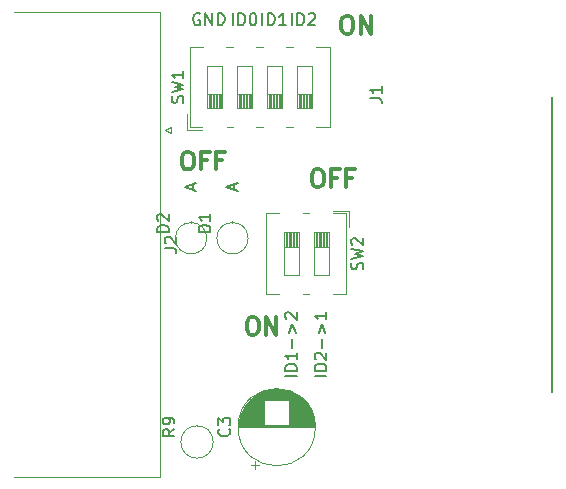
<source format=gbr>
G04 #@! TF.GenerationSoftware,KiCad,Pcbnew,5.0.2+dfsg1-1~bpo9+1*
G04 #@! TF.CreationDate,2021-10-31T12:26:06+01:00*
G04 #@! TF.ProjectId,MAC-VGA,4d41432d-5647-4412-9e6b-696361645f70,rev?*
G04 #@! TF.SameCoordinates,Original*
G04 #@! TF.FileFunction,Legend,Top*
G04 #@! TF.FilePolarity,Positive*
%FSLAX46Y46*%
G04 Gerber Fmt 4.6, Leading zero omitted, Abs format (unit mm)*
G04 Created by KiCad (PCBNEW 5.0.2+dfsg1-1~bpo9+1) date Sun Oct 31 12:26:06 2021*
%MOMM*%
%LPD*%
G01*
G04 APERTURE LIST*
%ADD10C,0.300000*%
%ADD11C,0.200000*%
%ADD12C,0.120000*%
%ADD13C,0.150000*%
G04 APERTURE END LIST*
D10*
X119571428Y-126178571D02*
X119857142Y-126178571D01*
X120000000Y-126250000D01*
X120142857Y-126392857D01*
X120214285Y-126678571D01*
X120214285Y-127178571D01*
X120142857Y-127464285D01*
X120000000Y-127607142D01*
X119857142Y-127678571D01*
X119571428Y-127678571D01*
X119428571Y-127607142D01*
X119285714Y-127464285D01*
X119214285Y-127178571D01*
X119214285Y-126678571D01*
X119285714Y-126392857D01*
X119428571Y-126250000D01*
X119571428Y-126178571D01*
X120857142Y-127678571D02*
X120857142Y-126178571D01*
X121714285Y-127678571D01*
X121714285Y-126178571D01*
X125071428Y-113678571D02*
X125357142Y-113678571D01*
X125500000Y-113750000D01*
X125642857Y-113892857D01*
X125714285Y-114178571D01*
X125714285Y-114678571D01*
X125642857Y-114964285D01*
X125500000Y-115107142D01*
X125357142Y-115178571D01*
X125071428Y-115178571D01*
X124928571Y-115107142D01*
X124785714Y-114964285D01*
X124714285Y-114678571D01*
X124714285Y-114178571D01*
X124785714Y-113892857D01*
X124928571Y-113750000D01*
X125071428Y-113678571D01*
X126857142Y-114392857D02*
X126357142Y-114392857D01*
X126357142Y-115178571D02*
X126357142Y-113678571D01*
X127071428Y-113678571D01*
X128142857Y-114392857D02*
X127642857Y-114392857D01*
X127642857Y-115178571D02*
X127642857Y-113678571D01*
X128357142Y-113678571D01*
X114071428Y-112178571D02*
X114357142Y-112178571D01*
X114500000Y-112250000D01*
X114642857Y-112392857D01*
X114714285Y-112678571D01*
X114714285Y-113178571D01*
X114642857Y-113464285D01*
X114500000Y-113607142D01*
X114357142Y-113678571D01*
X114071428Y-113678571D01*
X113928571Y-113607142D01*
X113785714Y-113464285D01*
X113714285Y-113178571D01*
X113714285Y-112678571D01*
X113785714Y-112392857D01*
X113928571Y-112250000D01*
X114071428Y-112178571D01*
X115857142Y-112892857D02*
X115357142Y-112892857D01*
X115357142Y-113678571D02*
X115357142Y-112178571D01*
X116071428Y-112178571D01*
X117142857Y-112892857D02*
X116642857Y-112892857D01*
X116642857Y-113678571D02*
X116642857Y-112178571D01*
X117357142Y-112178571D01*
X127571428Y-100678571D02*
X127857142Y-100678571D01*
X128000000Y-100750000D01*
X128142857Y-100892857D01*
X128214285Y-101178571D01*
X128214285Y-101678571D01*
X128142857Y-101964285D01*
X128000000Y-102107142D01*
X127857142Y-102178571D01*
X127571428Y-102178571D01*
X127428571Y-102107142D01*
X127285714Y-101964285D01*
X127214285Y-101678571D01*
X127214285Y-101178571D01*
X127285714Y-100892857D01*
X127428571Y-100750000D01*
X127571428Y-100678571D01*
X128857142Y-102178571D02*
X128857142Y-100678571D01*
X129714285Y-102178571D01*
X129714285Y-100678571D01*
D11*
X125952380Y-131190476D02*
X124952380Y-131190476D01*
X125952380Y-130714285D02*
X124952380Y-130714285D01*
X124952380Y-130476190D01*
X125000000Y-130333333D01*
X125095238Y-130238095D01*
X125190476Y-130190476D01*
X125380952Y-130142857D01*
X125523809Y-130142857D01*
X125714285Y-130190476D01*
X125809523Y-130238095D01*
X125904761Y-130333333D01*
X125952380Y-130476190D01*
X125952380Y-130714285D01*
X125047619Y-129761904D02*
X125000000Y-129714285D01*
X124952380Y-129619047D01*
X124952380Y-129380952D01*
X125000000Y-129285714D01*
X125047619Y-129238095D01*
X125142857Y-129190476D01*
X125238095Y-129190476D01*
X125380952Y-129238095D01*
X125952380Y-129809523D01*
X125952380Y-129190476D01*
X125571428Y-128761904D02*
X125571428Y-128000000D01*
X125285714Y-127523809D02*
X125571428Y-126761904D01*
X125857142Y-127523809D01*
X125952380Y-125761904D02*
X125952380Y-126333333D01*
X125952380Y-126047619D02*
X124952380Y-126047619D01*
X125095238Y-126142857D01*
X125190476Y-126238095D01*
X125238095Y-126333333D01*
X123452380Y-131190476D02*
X122452380Y-131190476D01*
X123452380Y-130714285D02*
X122452380Y-130714285D01*
X122452380Y-130476190D01*
X122500000Y-130333333D01*
X122595238Y-130238095D01*
X122690476Y-130190476D01*
X122880952Y-130142857D01*
X123023809Y-130142857D01*
X123214285Y-130190476D01*
X123309523Y-130238095D01*
X123404761Y-130333333D01*
X123452380Y-130476190D01*
X123452380Y-130714285D01*
X123452380Y-129190476D02*
X123452380Y-129761904D01*
X123452380Y-129476190D02*
X122452380Y-129476190D01*
X122595238Y-129571428D01*
X122690476Y-129666666D01*
X122738095Y-129761904D01*
X123071428Y-128761904D02*
X123071428Y-128000000D01*
X122785714Y-127523809D02*
X123071428Y-126761904D01*
X123357142Y-127523809D01*
X122547619Y-126333333D02*
X122500000Y-126285714D01*
X122452380Y-126190476D01*
X122452380Y-125952380D01*
X122500000Y-125857142D01*
X122547619Y-125809523D01*
X122642857Y-125761904D01*
X122738095Y-125761904D01*
X122880952Y-125809523D01*
X123452380Y-126380952D01*
X123452380Y-125761904D01*
X123023809Y-101452380D02*
X123023809Y-100452380D01*
X123500000Y-101452380D02*
X123500000Y-100452380D01*
X123738095Y-100452380D01*
X123880952Y-100500000D01*
X123976190Y-100595238D01*
X124023809Y-100690476D01*
X124071428Y-100880952D01*
X124071428Y-101023809D01*
X124023809Y-101214285D01*
X123976190Y-101309523D01*
X123880952Y-101404761D01*
X123738095Y-101452380D01*
X123500000Y-101452380D01*
X124452380Y-100547619D02*
X124500000Y-100500000D01*
X124595238Y-100452380D01*
X124833333Y-100452380D01*
X124928571Y-100500000D01*
X124976190Y-100547619D01*
X125023809Y-100642857D01*
X125023809Y-100738095D01*
X124976190Y-100880952D01*
X124404761Y-101452380D01*
X125023809Y-101452380D01*
X120523809Y-101452380D02*
X120523809Y-100452380D01*
X121000000Y-101452380D02*
X121000000Y-100452380D01*
X121238095Y-100452380D01*
X121380952Y-100500000D01*
X121476190Y-100595238D01*
X121523809Y-100690476D01*
X121571428Y-100880952D01*
X121571428Y-101023809D01*
X121523809Y-101214285D01*
X121476190Y-101309523D01*
X121380952Y-101404761D01*
X121238095Y-101452380D01*
X121000000Y-101452380D01*
X122523809Y-101452380D02*
X121952380Y-101452380D01*
X122238095Y-101452380D02*
X122238095Y-100452380D01*
X122142857Y-100595238D01*
X122047619Y-100690476D01*
X121952380Y-100738095D01*
X118023809Y-101452380D02*
X118023809Y-100452380D01*
X118500000Y-101452380D02*
X118500000Y-100452380D01*
X118738095Y-100452380D01*
X118880952Y-100500000D01*
X118976190Y-100595238D01*
X119023809Y-100690476D01*
X119071428Y-100880952D01*
X119071428Y-101023809D01*
X119023809Y-101214285D01*
X118976190Y-101309523D01*
X118880952Y-101404761D01*
X118738095Y-101452380D01*
X118500000Y-101452380D01*
X119690476Y-100452380D02*
X119785714Y-100452380D01*
X119880952Y-100500000D01*
X119928571Y-100547619D01*
X119976190Y-100642857D01*
X120023809Y-100833333D01*
X120023809Y-101071428D01*
X119976190Y-101261904D01*
X119928571Y-101357142D01*
X119880952Y-101404761D01*
X119785714Y-101452380D01*
X119690476Y-101452380D01*
X119595238Y-101404761D01*
X119547619Y-101357142D01*
X119500000Y-101261904D01*
X119452380Y-101071428D01*
X119452380Y-100833333D01*
X119500000Y-100642857D01*
X119547619Y-100547619D01*
X119595238Y-100500000D01*
X119690476Y-100452380D01*
X115238095Y-100500000D02*
X115142857Y-100452380D01*
X115000000Y-100452380D01*
X114857142Y-100500000D01*
X114761904Y-100595238D01*
X114714285Y-100690476D01*
X114666666Y-100880952D01*
X114666666Y-101023809D01*
X114714285Y-101214285D01*
X114761904Y-101309523D01*
X114857142Y-101404761D01*
X115000000Y-101452380D01*
X115095238Y-101452380D01*
X115238095Y-101404761D01*
X115285714Y-101357142D01*
X115285714Y-101023809D01*
X115095238Y-101023809D01*
X115714285Y-101452380D02*
X115714285Y-100452380D01*
X116285714Y-101452380D01*
X116285714Y-100452380D01*
X116761904Y-101452380D02*
X116761904Y-100452380D01*
X117000000Y-100452380D01*
X117142857Y-100500000D01*
X117238095Y-100595238D01*
X117285714Y-100690476D01*
X117333333Y-100880952D01*
X117333333Y-101023809D01*
X117285714Y-101214285D01*
X117238095Y-101309523D01*
X117142857Y-101404761D01*
X117000000Y-101452380D01*
X116761904Y-101452380D01*
D12*
G04 #@! TO.C,D2*
X114500000Y-118173629D02*
X114500000Y-118060000D01*
X115826371Y-119500000D02*
G75*
G03X115826371Y-119500000I-1326371J0D01*
G01*
G04 #@! TO.C,D1*
X118000000Y-118173629D02*
X118000000Y-118060000D01*
X119326371Y-119500000D02*
G75*
G03X119326371Y-119500000I-1326371J0D01*
G01*
G04 #@! TO.C,SW2*
X127610000Y-117400000D02*
X127610000Y-124221000D01*
X120850000Y-117400000D02*
X120850000Y-124221000D01*
X127610000Y-117400000D02*
X126540000Y-117400000D01*
X124460000Y-117400000D02*
X123949000Y-117400000D01*
X121970000Y-117400000D02*
X120850000Y-117400000D01*
X121970000Y-124221000D02*
X120850000Y-124221000D01*
X127610000Y-124221000D02*
X126490000Y-124221000D01*
X124510000Y-124221000D02*
X123949000Y-124221000D01*
X127850000Y-117160000D02*
X127850000Y-118543000D01*
X127850000Y-117160000D02*
X126540000Y-117160000D01*
X126135000Y-119000000D02*
X124865000Y-119000000D01*
X124865000Y-119000000D02*
X124865000Y-122620000D01*
X124865000Y-122620000D02*
X126135000Y-122620000D01*
X126135000Y-122620000D02*
X126135000Y-119000000D01*
X126015000Y-119000000D02*
X126015000Y-120206667D01*
X125895000Y-119000000D02*
X125895000Y-120206667D01*
X125775000Y-119000000D02*
X125775000Y-120206667D01*
X125655000Y-119000000D02*
X125655000Y-120206667D01*
X125535000Y-119000000D02*
X125535000Y-120206667D01*
X125415000Y-119000000D02*
X125415000Y-120206667D01*
X125295000Y-119000000D02*
X125295000Y-120206667D01*
X125175000Y-119000000D02*
X125175000Y-120206667D01*
X125055000Y-119000000D02*
X125055000Y-120206667D01*
X124935000Y-119000000D02*
X124935000Y-120206667D01*
X126135000Y-120206667D02*
X124865000Y-120206667D01*
X123595000Y-119000000D02*
X122325000Y-119000000D01*
X122325000Y-119000000D02*
X122325000Y-122620000D01*
X122325000Y-122620000D02*
X123595000Y-122620000D01*
X123595000Y-122620000D02*
X123595000Y-119000000D01*
X123475000Y-119000000D02*
X123475000Y-120206667D01*
X123355000Y-119000000D02*
X123355000Y-120206667D01*
X123235000Y-119000000D02*
X123235000Y-120206667D01*
X123115000Y-119000000D02*
X123115000Y-120206667D01*
X122995000Y-119000000D02*
X122995000Y-120206667D01*
X122875000Y-119000000D02*
X122875000Y-120206667D01*
X122755000Y-119000000D02*
X122755000Y-120206667D01*
X122635000Y-119000000D02*
X122635000Y-120206667D01*
X122515000Y-119000000D02*
X122515000Y-120206667D01*
X122395000Y-119000000D02*
X122395000Y-120206667D01*
X123595000Y-120206667D02*
X122325000Y-120206667D01*
G04 #@! TO.C,SW1*
X114390000Y-110100000D02*
X114390000Y-103279000D01*
X126230000Y-110100000D02*
X126230000Y-103279000D01*
X114390000Y-110100000D02*
X115460000Y-110100000D01*
X117540000Y-110100000D02*
X118051000Y-110100000D01*
X120030000Y-110100000D02*
X120591000Y-110100000D01*
X122570000Y-110100000D02*
X123131000Y-110100000D01*
X125110000Y-110100000D02*
X126230000Y-110100000D01*
X125110000Y-103279000D02*
X126230000Y-103279000D01*
X122570000Y-103279000D02*
X123131000Y-103279000D01*
X120030000Y-103279000D02*
X120591000Y-103279000D01*
X114390000Y-103279000D02*
X115510000Y-103279000D01*
X117490000Y-103279000D02*
X118051000Y-103279000D01*
X114150000Y-110340000D02*
X114150000Y-108957000D01*
X114150000Y-110340000D02*
X115460000Y-110340000D01*
X115865000Y-108500000D02*
X117135000Y-108500000D01*
X117135000Y-108500000D02*
X117135000Y-104880000D01*
X117135000Y-104880000D02*
X115865000Y-104880000D01*
X115865000Y-104880000D02*
X115865000Y-108500000D01*
X115985000Y-108500000D02*
X115985000Y-107293333D01*
X116105000Y-108500000D02*
X116105000Y-107293333D01*
X116225000Y-108500000D02*
X116225000Y-107293333D01*
X116345000Y-108500000D02*
X116345000Y-107293333D01*
X116465000Y-108500000D02*
X116465000Y-107293333D01*
X116585000Y-108500000D02*
X116585000Y-107293333D01*
X116705000Y-108500000D02*
X116705000Y-107293333D01*
X116825000Y-108500000D02*
X116825000Y-107293333D01*
X116945000Y-108500000D02*
X116945000Y-107293333D01*
X117065000Y-108500000D02*
X117065000Y-107293333D01*
X115865000Y-107293333D02*
X117135000Y-107293333D01*
X118405000Y-108500000D02*
X119675000Y-108500000D01*
X119675000Y-108500000D02*
X119675000Y-104880000D01*
X119675000Y-104880000D02*
X118405000Y-104880000D01*
X118405000Y-104880000D02*
X118405000Y-108500000D01*
X118525000Y-108500000D02*
X118525000Y-107293333D01*
X118645000Y-108500000D02*
X118645000Y-107293333D01*
X118765000Y-108500000D02*
X118765000Y-107293333D01*
X118885000Y-108500000D02*
X118885000Y-107293333D01*
X119005000Y-108500000D02*
X119005000Y-107293333D01*
X119125000Y-108500000D02*
X119125000Y-107293333D01*
X119245000Y-108500000D02*
X119245000Y-107293333D01*
X119365000Y-108500000D02*
X119365000Y-107293333D01*
X119485000Y-108500000D02*
X119485000Y-107293333D01*
X119605000Y-108500000D02*
X119605000Y-107293333D01*
X118405000Y-107293333D02*
X119675000Y-107293333D01*
X120945000Y-108500000D02*
X122215000Y-108500000D01*
X122215000Y-108500000D02*
X122215000Y-104880000D01*
X122215000Y-104880000D02*
X120945000Y-104880000D01*
X120945000Y-104880000D02*
X120945000Y-108500000D01*
X121065000Y-108500000D02*
X121065000Y-107293333D01*
X121185000Y-108500000D02*
X121185000Y-107293333D01*
X121305000Y-108500000D02*
X121305000Y-107293333D01*
X121425000Y-108500000D02*
X121425000Y-107293333D01*
X121545000Y-108500000D02*
X121545000Y-107293333D01*
X121665000Y-108500000D02*
X121665000Y-107293333D01*
X121785000Y-108500000D02*
X121785000Y-107293333D01*
X121905000Y-108500000D02*
X121905000Y-107293333D01*
X122025000Y-108500000D02*
X122025000Y-107293333D01*
X122145000Y-108500000D02*
X122145000Y-107293333D01*
X120945000Y-107293333D02*
X122215000Y-107293333D01*
X123485000Y-108500000D02*
X124755000Y-108500000D01*
X124755000Y-108500000D02*
X124755000Y-104880000D01*
X124755000Y-104880000D02*
X123485000Y-104880000D01*
X123485000Y-104880000D02*
X123485000Y-108500000D01*
X123605000Y-108500000D02*
X123605000Y-107293333D01*
X123725000Y-108500000D02*
X123725000Y-107293333D01*
X123845000Y-108500000D02*
X123845000Y-107293333D01*
X123965000Y-108500000D02*
X123965000Y-107293333D01*
X124085000Y-108500000D02*
X124085000Y-107293333D01*
X124205000Y-108500000D02*
X124205000Y-107293333D01*
X124325000Y-108500000D02*
X124325000Y-107293333D01*
X124445000Y-108500000D02*
X124445000Y-107293333D01*
X124565000Y-108500000D02*
X124565000Y-107293333D01*
X124685000Y-108500000D02*
X124685000Y-107293333D01*
X123485000Y-107293333D02*
X124755000Y-107293333D01*
G04 #@! TO.C,J2*
X99520000Y-100365000D02*
X111860000Y-100365000D01*
X111860000Y-100365000D02*
X111860000Y-139685000D01*
X111860000Y-139685000D02*
X99520000Y-139685000D01*
X112754338Y-110080000D02*
X112754338Y-110580000D01*
X112754338Y-110580000D02*
X112321325Y-110330000D01*
X112321325Y-110330000D02*
X112754338Y-110080000D01*
G04 #@! TO.C,C3*
X125020000Y-135500000D02*
G75*
G03X125020000Y-135500000I-3270000J0D01*
G01*
X118520000Y-135500000D02*
X124980000Y-135500000D01*
X118520000Y-135460000D02*
X124980000Y-135460000D01*
X118520000Y-135420000D02*
X124980000Y-135420000D01*
X118522000Y-135380000D02*
X124978000Y-135380000D01*
X118523000Y-135340000D02*
X124977000Y-135340000D01*
X118526000Y-135300000D02*
X124974000Y-135300000D01*
X118528000Y-135260000D02*
X120710000Y-135260000D01*
X122790000Y-135260000D02*
X124972000Y-135260000D01*
X118532000Y-135220000D02*
X120710000Y-135220000D01*
X122790000Y-135220000D02*
X124968000Y-135220000D01*
X118535000Y-135180000D02*
X120710000Y-135180000D01*
X122790000Y-135180000D02*
X124965000Y-135180000D01*
X118539000Y-135140000D02*
X120710000Y-135140000D01*
X122790000Y-135140000D02*
X124961000Y-135140000D01*
X118544000Y-135100000D02*
X120710000Y-135100000D01*
X122790000Y-135100000D02*
X124956000Y-135100000D01*
X118549000Y-135060000D02*
X120710000Y-135060000D01*
X122790000Y-135060000D02*
X124951000Y-135060000D01*
X118555000Y-135020000D02*
X120710000Y-135020000D01*
X122790000Y-135020000D02*
X124945000Y-135020000D01*
X118561000Y-134980000D02*
X120710000Y-134980000D01*
X122790000Y-134980000D02*
X124939000Y-134980000D01*
X118568000Y-134940000D02*
X120710000Y-134940000D01*
X122790000Y-134940000D02*
X124932000Y-134940000D01*
X118575000Y-134900000D02*
X120710000Y-134900000D01*
X122790000Y-134900000D02*
X124925000Y-134900000D01*
X118583000Y-134860000D02*
X120710000Y-134860000D01*
X122790000Y-134860000D02*
X124917000Y-134860000D01*
X118591000Y-134820000D02*
X120710000Y-134820000D01*
X122790000Y-134820000D02*
X124909000Y-134820000D01*
X118600000Y-134779000D02*
X120710000Y-134779000D01*
X122790000Y-134779000D02*
X124900000Y-134779000D01*
X118609000Y-134739000D02*
X120710000Y-134739000D01*
X122790000Y-134739000D02*
X124891000Y-134739000D01*
X118619000Y-134699000D02*
X120710000Y-134699000D01*
X122790000Y-134699000D02*
X124881000Y-134699000D01*
X118629000Y-134659000D02*
X120710000Y-134659000D01*
X122790000Y-134659000D02*
X124871000Y-134659000D01*
X118640000Y-134619000D02*
X120710000Y-134619000D01*
X122790000Y-134619000D02*
X124860000Y-134619000D01*
X118652000Y-134579000D02*
X120710000Y-134579000D01*
X122790000Y-134579000D02*
X124848000Y-134579000D01*
X118664000Y-134539000D02*
X120710000Y-134539000D01*
X122790000Y-134539000D02*
X124836000Y-134539000D01*
X118676000Y-134499000D02*
X120710000Y-134499000D01*
X122790000Y-134499000D02*
X124824000Y-134499000D01*
X118689000Y-134459000D02*
X120710000Y-134459000D01*
X122790000Y-134459000D02*
X124811000Y-134459000D01*
X118703000Y-134419000D02*
X120710000Y-134419000D01*
X122790000Y-134419000D02*
X124797000Y-134419000D01*
X118717000Y-134379000D02*
X120710000Y-134379000D01*
X122790000Y-134379000D02*
X124783000Y-134379000D01*
X118732000Y-134339000D02*
X120710000Y-134339000D01*
X122790000Y-134339000D02*
X124768000Y-134339000D01*
X118748000Y-134299000D02*
X120710000Y-134299000D01*
X122790000Y-134299000D02*
X124752000Y-134299000D01*
X118764000Y-134259000D02*
X120710000Y-134259000D01*
X122790000Y-134259000D02*
X124736000Y-134259000D01*
X118780000Y-134219000D02*
X120710000Y-134219000D01*
X122790000Y-134219000D02*
X124720000Y-134219000D01*
X118798000Y-134179000D02*
X120710000Y-134179000D01*
X122790000Y-134179000D02*
X124702000Y-134179000D01*
X118816000Y-134139000D02*
X120710000Y-134139000D01*
X122790000Y-134139000D02*
X124684000Y-134139000D01*
X118834000Y-134099000D02*
X120710000Y-134099000D01*
X122790000Y-134099000D02*
X124666000Y-134099000D01*
X118854000Y-134059000D02*
X120710000Y-134059000D01*
X122790000Y-134059000D02*
X124646000Y-134059000D01*
X118874000Y-134019000D02*
X120710000Y-134019000D01*
X122790000Y-134019000D02*
X124626000Y-134019000D01*
X118894000Y-133979000D02*
X120710000Y-133979000D01*
X122790000Y-133979000D02*
X124606000Y-133979000D01*
X118916000Y-133939000D02*
X120710000Y-133939000D01*
X122790000Y-133939000D02*
X124584000Y-133939000D01*
X118938000Y-133899000D02*
X120710000Y-133899000D01*
X122790000Y-133899000D02*
X124562000Y-133899000D01*
X118960000Y-133859000D02*
X120710000Y-133859000D01*
X122790000Y-133859000D02*
X124540000Y-133859000D01*
X118984000Y-133819000D02*
X120710000Y-133819000D01*
X122790000Y-133819000D02*
X124516000Y-133819000D01*
X119008000Y-133779000D02*
X120710000Y-133779000D01*
X122790000Y-133779000D02*
X124492000Y-133779000D01*
X119034000Y-133739000D02*
X120710000Y-133739000D01*
X122790000Y-133739000D02*
X124466000Y-133739000D01*
X119060000Y-133699000D02*
X120710000Y-133699000D01*
X122790000Y-133699000D02*
X124440000Y-133699000D01*
X119086000Y-133659000D02*
X120710000Y-133659000D01*
X122790000Y-133659000D02*
X124414000Y-133659000D01*
X119114000Y-133619000D02*
X120710000Y-133619000D01*
X122790000Y-133619000D02*
X124386000Y-133619000D01*
X119143000Y-133579000D02*
X120710000Y-133579000D01*
X122790000Y-133579000D02*
X124357000Y-133579000D01*
X119172000Y-133539000D02*
X120710000Y-133539000D01*
X122790000Y-133539000D02*
X124328000Y-133539000D01*
X119202000Y-133499000D02*
X120710000Y-133499000D01*
X122790000Y-133499000D02*
X124298000Y-133499000D01*
X119234000Y-133459000D02*
X120710000Y-133459000D01*
X122790000Y-133459000D02*
X124266000Y-133459000D01*
X119266000Y-133419000D02*
X120710000Y-133419000D01*
X122790000Y-133419000D02*
X124234000Y-133419000D01*
X119300000Y-133379000D02*
X120710000Y-133379000D01*
X122790000Y-133379000D02*
X124200000Y-133379000D01*
X119334000Y-133339000D02*
X120710000Y-133339000D01*
X122790000Y-133339000D02*
X124166000Y-133339000D01*
X119370000Y-133299000D02*
X120710000Y-133299000D01*
X122790000Y-133299000D02*
X124130000Y-133299000D01*
X119407000Y-133259000D02*
X120710000Y-133259000D01*
X122790000Y-133259000D02*
X124093000Y-133259000D01*
X119445000Y-133219000D02*
X120710000Y-133219000D01*
X122790000Y-133219000D02*
X124055000Y-133219000D01*
X119485000Y-133179000D02*
X124015000Y-133179000D01*
X119526000Y-133139000D02*
X123974000Y-133139000D01*
X119568000Y-133099000D02*
X123932000Y-133099000D01*
X119613000Y-133059000D02*
X123887000Y-133059000D01*
X119658000Y-133019000D02*
X123842000Y-133019000D01*
X119706000Y-132979000D02*
X123794000Y-132979000D01*
X119755000Y-132939000D02*
X123745000Y-132939000D01*
X119806000Y-132899000D02*
X123694000Y-132899000D01*
X119860000Y-132859000D02*
X123640000Y-132859000D01*
X119916000Y-132819000D02*
X123584000Y-132819000D01*
X119974000Y-132779000D02*
X123526000Y-132779000D01*
X120036000Y-132739000D02*
X123464000Y-132739000D01*
X120100000Y-132699000D02*
X123400000Y-132699000D01*
X120169000Y-132659000D02*
X123331000Y-132659000D01*
X120241000Y-132619000D02*
X123259000Y-132619000D01*
X120318000Y-132579000D02*
X123182000Y-132579000D01*
X120400000Y-132539000D02*
X123100000Y-132539000D01*
X120488000Y-132499000D02*
X123012000Y-132499000D01*
X120585000Y-132459000D02*
X122915000Y-132459000D01*
X120691000Y-132419000D02*
X122809000Y-132419000D01*
X120810000Y-132379000D02*
X122690000Y-132379000D01*
X120948000Y-132339000D02*
X122552000Y-132339000D01*
X121117000Y-132299000D02*
X122383000Y-132299000D01*
X121348000Y-132259000D02*
X122152000Y-132259000D01*
X119911000Y-139000241D02*
X119911000Y-138370241D01*
X119596000Y-138685241D02*
X120226000Y-138685241D01*
D13*
G04 #@! TO.C,J1*
X145030000Y-132505000D02*
X145030000Y-107505000D01*
D12*
G04 #@! TO.C,R9*
X116370000Y-136750000D02*
G75*
G03X116370000Y-136750000I-1370000J0D01*
G01*
X115000000Y-135380000D02*
X115000000Y-135310000D01*
G04 #@! TO.C,D2*
D13*
X112626009Y-118968095D02*
X111626009Y-118968095D01*
X111626009Y-118730000D01*
X111673629Y-118587142D01*
X111768867Y-118491904D01*
X111864105Y-118444285D01*
X112054581Y-118396666D01*
X112197438Y-118396666D01*
X112387914Y-118444285D01*
X112483152Y-118491904D01*
X112578390Y-118587142D01*
X112626009Y-118730000D01*
X112626009Y-118968095D01*
X111721248Y-118015714D02*
X111673629Y-117968095D01*
X111626009Y-117872857D01*
X111626009Y-117634761D01*
X111673629Y-117539523D01*
X111721248Y-117491904D01*
X111816486Y-117444285D01*
X111911724Y-117444285D01*
X112054581Y-117491904D01*
X112626009Y-118063333D01*
X112626009Y-117444285D01*
X114666666Y-115398095D02*
X114666666Y-114921904D01*
X114952380Y-115493333D02*
X113952380Y-115160000D01*
X114952380Y-114826666D01*
G04 #@! TO.C,D1*
X116126009Y-118968095D02*
X115126009Y-118968095D01*
X115126009Y-118730000D01*
X115173629Y-118587142D01*
X115268867Y-118491904D01*
X115364105Y-118444285D01*
X115554581Y-118396666D01*
X115697438Y-118396666D01*
X115887914Y-118444285D01*
X115983152Y-118491904D01*
X116078390Y-118587142D01*
X116126009Y-118730000D01*
X116126009Y-118968095D01*
X116126009Y-117444285D02*
X116126009Y-118015714D01*
X116126009Y-117730000D02*
X115126009Y-117730000D01*
X115268867Y-117825238D01*
X115364105Y-117920476D01*
X115411724Y-118015714D01*
X118166666Y-115398095D02*
X118166666Y-114921904D01*
X118452380Y-115493333D02*
X117452380Y-115160000D01*
X118452380Y-114826666D01*
G04 #@! TO.C,SW2*
X129014761Y-122143333D02*
X129062380Y-122000476D01*
X129062380Y-121762380D01*
X129014761Y-121667142D01*
X128967142Y-121619523D01*
X128871904Y-121571904D01*
X128776666Y-121571904D01*
X128681428Y-121619523D01*
X128633809Y-121667142D01*
X128586190Y-121762380D01*
X128538571Y-121952857D01*
X128490952Y-122048095D01*
X128443333Y-122095714D01*
X128348095Y-122143333D01*
X128252857Y-122143333D01*
X128157619Y-122095714D01*
X128110000Y-122048095D01*
X128062380Y-121952857D01*
X128062380Y-121714761D01*
X128110000Y-121571904D01*
X128062380Y-121238571D02*
X129062380Y-121000476D01*
X128348095Y-120810000D01*
X129062380Y-120619523D01*
X128062380Y-120381428D01*
X128157619Y-120048095D02*
X128110000Y-120000476D01*
X128062380Y-119905238D01*
X128062380Y-119667142D01*
X128110000Y-119571904D01*
X128157619Y-119524285D01*
X128252857Y-119476666D01*
X128348095Y-119476666D01*
X128490952Y-119524285D01*
X129062380Y-120095714D01*
X129062380Y-119476666D01*
G04 #@! TO.C,SW1*
X113794761Y-108023333D02*
X113842380Y-107880476D01*
X113842380Y-107642380D01*
X113794761Y-107547142D01*
X113747142Y-107499523D01*
X113651904Y-107451904D01*
X113556666Y-107451904D01*
X113461428Y-107499523D01*
X113413809Y-107547142D01*
X113366190Y-107642380D01*
X113318571Y-107832857D01*
X113270952Y-107928095D01*
X113223333Y-107975714D01*
X113128095Y-108023333D01*
X113032857Y-108023333D01*
X112937619Y-107975714D01*
X112890000Y-107928095D01*
X112842380Y-107832857D01*
X112842380Y-107594761D01*
X112890000Y-107451904D01*
X112842380Y-107118571D02*
X113842380Y-106880476D01*
X113128095Y-106690000D01*
X113842380Y-106499523D01*
X112842380Y-106261428D01*
X113842380Y-105356666D02*
X113842380Y-105928095D01*
X113842380Y-105642380D02*
X112842380Y-105642380D01*
X112985238Y-105737619D01*
X113080476Y-105832857D01*
X113128095Y-105928095D01*
G04 #@! TO.C,J2*
X112252380Y-120358333D02*
X112966666Y-120358333D01*
X113109523Y-120405952D01*
X113204761Y-120501190D01*
X113252380Y-120644047D01*
X113252380Y-120739285D01*
X112347619Y-119929761D02*
X112300000Y-119882142D01*
X112252380Y-119786904D01*
X112252380Y-119548809D01*
X112300000Y-119453571D01*
X112347619Y-119405952D01*
X112442857Y-119358333D01*
X112538095Y-119358333D01*
X112680952Y-119405952D01*
X113252380Y-119977380D01*
X113252380Y-119358333D01*
G04 #@! TO.C,C3*
X117707142Y-135666666D02*
X117754761Y-135714285D01*
X117802380Y-135857142D01*
X117802380Y-135952380D01*
X117754761Y-136095238D01*
X117659523Y-136190476D01*
X117564285Y-136238095D01*
X117373809Y-136285714D01*
X117230952Y-136285714D01*
X117040476Y-136238095D01*
X116945238Y-136190476D01*
X116850000Y-136095238D01*
X116802380Y-135952380D01*
X116802380Y-135857142D01*
X116850000Y-135714285D01*
X116897619Y-135666666D01*
X116802380Y-135333333D02*
X116802380Y-134714285D01*
X117183333Y-135047619D01*
X117183333Y-134904761D01*
X117230952Y-134809523D01*
X117278571Y-134761904D01*
X117373809Y-134714285D01*
X117611904Y-134714285D01*
X117707142Y-134761904D01*
X117754761Y-134809523D01*
X117802380Y-134904761D01*
X117802380Y-135190476D01*
X117754761Y-135285714D01*
X117707142Y-135333333D01*
G04 #@! TO.C,J1*
X129652380Y-107638333D02*
X130366666Y-107638333D01*
X130509523Y-107685952D01*
X130604761Y-107781190D01*
X130652380Y-107924047D01*
X130652380Y-108019285D01*
X130652380Y-106638333D02*
X130652380Y-107209761D01*
X130652380Y-106924047D02*
X129652380Y-106924047D01*
X129795238Y-107019285D01*
X129890476Y-107114523D01*
X129938095Y-107209761D01*
G04 #@! TO.C,R9*
X113082380Y-135646666D02*
X112606190Y-135980000D01*
X113082380Y-136218095D02*
X112082380Y-136218095D01*
X112082380Y-135837142D01*
X112130000Y-135741904D01*
X112177619Y-135694285D01*
X112272857Y-135646666D01*
X112415714Y-135646666D01*
X112510952Y-135694285D01*
X112558571Y-135741904D01*
X112606190Y-135837142D01*
X112606190Y-136218095D01*
X113082380Y-135170476D02*
X113082380Y-134980000D01*
X113034761Y-134884761D01*
X112987142Y-134837142D01*
X112844285Y-134741904D01*
X112653809Y-134694285D01*
X112272857Y-134694285D01*
X112177619Y-134741904D01*
X112130000Y-134789523D01*
X112082380Y-134884761D01*
X112082380Y-135075238D01*
X112130000Y-135170476D01*
X112177619Y-135218095D01*
X112272857Y-135265714D01*
X112510952Y-135265714D01*
X112606190Y-135218095D01*
X112653809Y-135170476D01*
X112701428Y-135075238D01*
X112701428Y-134884761D01*
X112653809Y-134789523D01*
X112606190Y-134741904D01*
X112510952Y-134694285D01*
G04 #@! TD*
M02*

</source>
